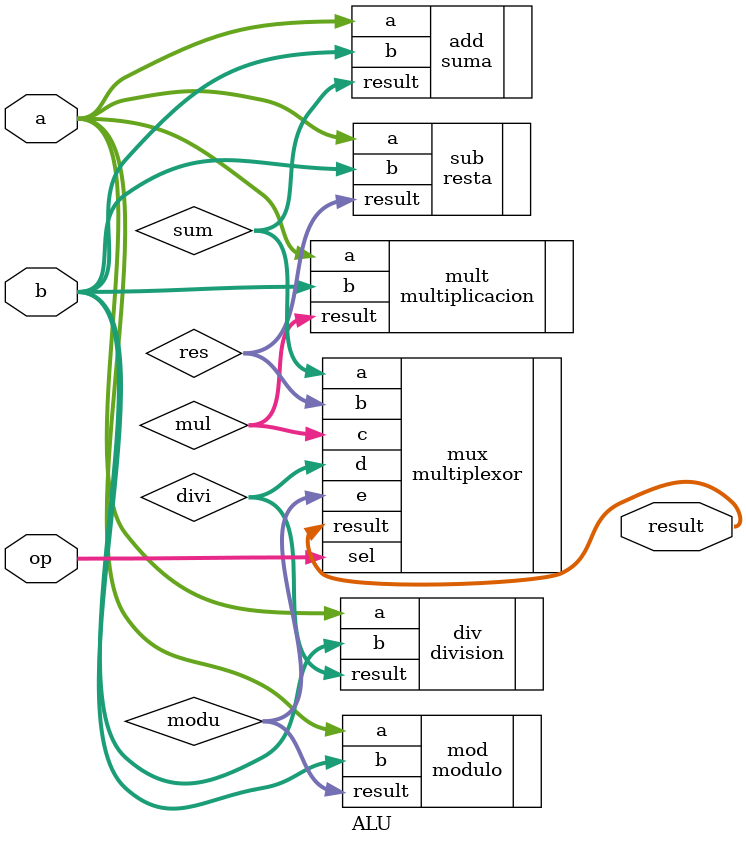
<source format=sv>
module ALU(input logic [31:0] a, input logic [31:0] b, input logic [1:0] op, output logic [31:0] result);
    logic [31:0] sum, res, mul, divi, modu;
    
    suma add(.a(a), .b(b), .result(sum));
    resta sub(.a(a), .b(b), .result(res));
    multiplicacion mult(.a(a), .b(b), .result(mul));
    division div(.a(a), .b(b), .result(divi));
    modulo mod(.a(a), .b(b), .result(modu));
    
    multiplexor mux(.a(sum), .b(res), .c(mul), .d(divi), .e(modu), .sel(op), .result(result));
    
endmodule

</source>
